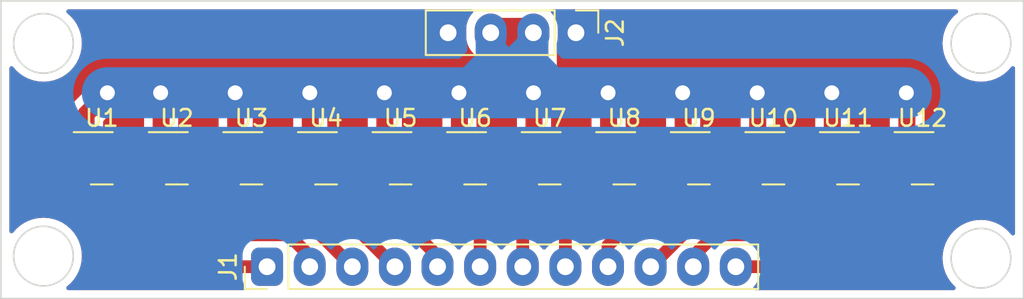
<source format=kicad_pcb>
(kicad_pcb (version 20211014) (generator pcbnew)
  (layers (0 "F.Cu" signal) (31 "B.Cu" signal) (34 "B.Paste" user) (35 "F.Paste" user) (36 "B.SilkS" user "B.Silkscreen") (37 "F.SilkS" user "F.Silkscreen") (38 "B.Mask" user) (39 "F.Mask" user) (44 "Edge.Cuts" user))
  (net 0 "")
  (net 1 "+5V")
  (net 2 "GND")
  (net 3 "/s1")
  (net 4 "/s2")
  (net 5 "/s3")
  (net 6 "/s4")
  (net 7 "/s5")
  (net 8 "/s6")
  (net 9 "/s7")
  (net 10 "/s8")
  (net 11 "/s9")
  (net 12 "/s10")
  (net 13 "/s11")
  (net 14 "/s12")
  (footprint "INEP:SOT-23" (layer "F.Cu") (at 58.1175 34.8008)
    (fp_text reference "U7" (at 0 -2.4) (layer "F.SilkS"))
    (fp_text value "49E")
    (fp_line (start 0 1.56) (end -0.65 1.56) (layer "F.SilkS") (width 0.12))
    (fp_line (start 0 -1.56) (end -1.675 -1.56) (layer "F.SilkS") (width 0.12))
    (fp_line (start 0 1.56) (end 0.65 1.56) (layer "F.SilkS") (width 0.12))
    (fp_line (start 0 -1.56) (end 0.65 -1.56) (layer "F.SilkS") (width 0.12))
    (pad "1" smd roundrect (at -0.9375 -0.95) (size 1.524 1.143) (layers "F.Cu" "F.Paste" "F.Mask") (net 1 "+5V"))
    (pad "2" smd roundrect (at -0.9375 0.95) (size 1.524 1.143) (layers "F.Cu" "F.Paste" "F.Mask") (net 9 "/s7"))
    (pad "3" smd roundrect (at 0.9375 0) (size 1.143 1.524) (layers "F.Cu" "F.Paste" "F.Mask") (net 2 "GND"))
  )
  (footprint "INEP:SOT-23" (layer "F.Cu") (at 75.8975 34.8008)
    (fp_text reference "U11" (at 0 -2.4) (layer "F.SilkS"))
    (fp_text value "49E")
    (fp_line (start 0 -1.56) (end -1.675 -1.56) (layer "F.SilkS") (width 0.12))
    (fp_line (start 0 -1.56) (end 0.65 -1.56) (layer "F.SilkS") (width 0.12))
    (fp_line (start 0 1.56) (end 0.65 1.56) (layer "F.SilkS") (width 0.12))
    (fp_line (start 0 1.56) (end -0.65 1.56) (layer "F.SilkS") (width 0.12))
    (pad "1" smd roundrect (at -0.9375 -0.95) (size 1.524 1.143) (layers "F.Cu" "F.Paste" "F.Mask") (net 1 "+5V"))
    (pad "2" smd roundrect (at -0.9375 0.95) (size 1.524 1.143) (layers "F.Cu" "F.Paste" "F.Mask") (net 13 "/s11"))
    (pad "3" smd roundrect (at 0.9375 0) (size 1.143 1.524) (layers "F.Cu" "F.Paste" "F.Mask") (net 2 "GND"))
  )
  (footprint "Connector_PinHeader_2.54mm:PinHeader_1x12_P2.54mm_Vertical" (layer "F.Cu") (at 41.269996 41.275 90)
    (fp_text reference "J1" (at 0 -2.33 90) (layer "F.SilkS"))
    (fp_text value "Conn_01x16_MountingPin" hide)
    (fp_line (start 1.33 1.27) (end 1.33 29.27) (layer "F.SilkS") (width 0.12))
    (fp_line (start -1.33 1.27) (end 1.33 1.27) (layer "F.SilkS") (width 0.12))
    (fp_line (start -1.33 0) (end -1.33 -1.33) (layer "F.SilkS") (width 0.12))
    (fp_line (start -1.33 -1.33) (end 0 -1.33) (layer "F.SilkS") (width 0.12))
    (fp_line (start -1.33 1.27) (end -1.33 29.27) (layer "F.SilkS") (width 0.12))
    (fp_line (start -1.33 29.27) (end 1.33 29.27) (layer "F.SilkS") (width 0.12))
    (pad "1" thru_hole roundrect (at 0 0 90) (size 2.286 1.905) (drill 1) (layers *.Cu *.Mask) (net 3 "/s1"))
    (pad "2" thru_hole oval (at 0 2.54 90) (size 2.286 1.905) (drill 1) (layers *.Cu *.Mask) (net 4 "/s2"))
    (pad "3" thru_hole oval (at 0 5.08 90) (size 2.286 1.905) (drill 1) (layers *.Cu *.Mask) (net 5 "/s3"))
    (pad "4" thru_hole oval (at 0 7.62 90) (size 2.286 1.905) (drill 1) (layers *.Cu *.Mask) (net 6 "/s4"))
    (pad "5" thru_hole oval (at 0 10.16 90) (size 2.286 1.905) (drill 1) (layers *.Cu *.Mask) (net 7 "/s5"))
    (pad "6" thru_hole oval (at 0 12.7 90) (size 2.286 1.905) (drill 1) (layers *.Cu *.Mask) (net 8 "/s6"))
    (pad "7" thru_hole oval (at 0 15.24 90) (size 2.286 1.905) (drill 1) (layers *.Cu *.Mask) (net 9 "/s7"))
    (pad "8" thru_hole oval (at 0 17.78 90) (size 2.286 1.905) (drill 1) (layers *.Cu *.Mask) (net 10 "/s8"))
    (pad "9" thru_hole oval (at 0 20.32 90) (size 2.286 1.905) (drill 1) (layers *.Cu *.Mask) (net 11 "/s9"))
    (pad "10" thru_hole oval (at 0 22.86 90) (size 2.286 1.905) (drill 1) (layers *.Cu *.Mask) (net 12 "/s10"))
    (pad "11" thru_hole oval (at 0 25.4 90) (size 2.286 1.905) (drill 1) (layers *.Cu *.Mask) (net 13 "/s11"))
    (pad "12" thru_hole oval (at 0 27.94 90) (size 2.286 1.905) (drill 1) (layers *.Cu *.Mask) (net 14 "/s12"))
  )
  (footprint "INEP:SOT-23" (layer "F.Cu") (at 80.3425 34.8008)
    (fp_text reference "U12" (at 0 -2.4) (layer "F.SilkS"))
    (fp_text value "49E")
    (fp_line (start 0 -1.56) (end -1.675 -1.56) (layer "F.SilkS") (width 0.12))
    (fp_line (start 0 1.56) (end -0.65 1.56) (layer "F.SilkS") (width 0.12))
    (fp_line (start 0 -1.56) (end 0.65 -1.56) (layer "F.SilkS") (width 0.12))
    (fp_line (start 0 1.56) (end 0.65 1.56) (layer "F.SilkS") (width 0.12))
    (pad "1" smd roundrect (at -0.9375 -0.95) (size 1.524 1.143) (layers "F.Cu" "F.Paste" "F.Mask") (net 1 "+5V"))
    (pad "2" smd roundrect (at -0.9375 0.95) (size 1.524 1.143) (layers "F.Cu" "F.Paste" "F.Mask") (net 14 "/s12"))
    (pad "3" smd roundrect (at 0.9375 0) (size 1.143 1.524) (layers "F.Cu" "F.Paste" "F.Mask") (net 2 "GND"))
  )
  (footprint "INEP:SOT-23" (layer "F.Cu") (at 71.4525 34.8008)
    (fp_text reference "U10" (at 0 -2.4) (layer "F.SilkS"))
    (fp_text value "49E")
    (fp_line (start 0 1.56) (end -0.65 1.56) (layer "F.SilkS") (width 0.12))
    (fp_line (start 0 -1.56) (end 0.65 -1.56) (layer "F.SilkS") (width 0.12))
    (fp_line (start 0 -1.56) (end -1.675 -1.56) (layer "F.SilkS") (width 0.12))
    (fp_line (start 0 1.56) (end 0.65 1.56) (layer "F.SilkS") (width 0.12))
    (pad "1" smd roundrect (at -0.9375 -0.95) (size 1.524 1.143) (layers "F.Cu" "F.Paste" "F.Mask") (net 1 "+5V"))
    (pad "2" smd roundrect (at -0.9375 0.95) (size 1.524 1.143) (layers "F.Cu" "F.Paste" "F.Mask") (net 12 "/s10"))
    (pad "3" smd roundrect (at 0.9375 0) (size 1.143 1.524) (layers "F.Cu" "F.Paste" "F.Mask") (net 2 "GND"))
  )
  (footprint "INEP:SOT-23" (layer "F.Cu") (at 49.2275 34.8008)
    (fp_text reference "U5" (at 0 -2.4) (layer "F.SilkS"))
    (fp_text value "49E")
    (fp_line (start 0 -1.56) (end 0.65 -1.56) (layer "F.SilkS") (width 0.12))
    (fp_line (start 0 1.56) (end -0.65 1.56) (layer "F.SilkS") (width 0.12))
    (fp_line (start 0 -1.56) (end -1.675 -1.56) (layer "F.SilkS") (width 0.12))
    (fp_line (start 0 1.56) (end 0.65 1.56) (layer "F.SilkS") (width 0.12))
    (pad "1" smd roundrect (at -0.9375 -0.95) (size 1.524 1.143) (layers "F.Cu" "F.Paste" "F.Mask") (net 1 "+5V"))
    (pad "2" smd roundrect (at -0.9375 0.95) (size 1.524 1.143) (layers "F.Cu" "F.Paste" "F.Mask") (net 7 "/s5"))
    (pad "3" smd roundrect (at 0.9375 0) (size 1.143 1.524) (layers "F.Cu" "F.Paste" "F.Mask") (net 2 "GND"))
  )
  (footprint "INEP:SOT-23" (layer "F.Cu") (at 35.8925 34.8008)
    (fp_text reference "U2" (at 0 -2.4) (layer "F.SilkS"))
    (fp_text value "49E")
    (fp_line (start 0 1.56) (end 0.65 1.56) (layer "F.SilkS") (width 0.12))
    (fp_line (start 0 -1.56) (end 0.65 -1.56) (layer "F.SilkS") (width 0.12))
    (fp_line (start 0 -1.56) (end -1.675 -1.56) (layer "F.SilkS") (width 0.12))
    (fp_line (start 0 1.56) (end -0.65 1.56) (layer "F.SilkS") (width 0.12))
    (pad "1" smd roundrect (at -0.9375 -0.95) (size 1.524 1.143) (layers "F.Cu" "F.Paste" "F.Mask") (net 1 "+5V"))
    (pad "2" smd roundrect (at -0.9375 0.95) (size 1.524 1.143) (layers "F.Cu" "F.Paste" "F.Mask") (net 4 "/s2"))
    (pad "3" smd roundrect (at 0.9375 0) (size 1.143 1.524) (layers "F.Cu" "F.Paste" "F.Mask") (net 2 "GND"))
  )
  (footprint "Connector_PinHeader_2.54mm:PinHeader_1x04_P2.54mm_Vertical" (layer "F.Cu") (at 59.679992 27.305 -90)
    (fp_text reference "J2" (at 0 -2.33 90) (layer "F.SilkS"))
    (fp_text value "Conn_01x04" hide)
    (fp_line (start -1.33 8.95) (end 1.33 8.95) (layer "F.SilkS") (width 0.12))
    (fp_line (start -1.33 1.27) (end 1.33 1.27) (layer "F.SilkS") (width 0.12))
    (fp_line (start -1.33 0) (end -1.33 -1.33) (layer "F.SilkS") (width 0.12))
    (fp_line (start -1.33 -1.33) (end 0 -1.33) (layer "F.SilkS") (width 0.12))
    (fp_line (start -1.33 1.27) (end -1.33 8.95) (layer "F.SilkS") (width 0.12))
    (fp_line (start 1.33 1.27) (end 1.33 8.95) (layer "F.SilkS") (width 0.12))
    (pad "1" thru_hole roundrect (at 0 0 270) (size 2.286 1.905) (drill 1) (layers *.Cu *.Mask) (net 2 "GND"))
    (pad "2" thru_hole oval (at 0 2.54 270) (size 2.286 1.905) (drill 1) (layers *.Cu *.Mask) (net 1 "+5V"))
    (pad "3" thru_hole oval (at 0 5.08 270) (size 2.286 1.905) (drill 1) (layers *.Cu *.Mask) (net 1 "+5V"))
    (pad "4" thru_hole oval (at 0 7.62 270) (size 2.286 1.905) (drill 1) (layers *.Cu *.Mask) (net 2 "GND"))
  )
  (footprint "INEP:SOT-23" (layer "F.Cu") (at 44.7825 34.8008)
    (fp_text reference "U4" (at 0 -2.4) (layer "F.SilkS"))
    (fp_text value "49E")
    (fp_line (start 0 -1.56) (end -1.675 -1.56) (layer "F.SilkS") (width 0.12))
    (fp_line (start 0 1.56) (end 0.65 1.56) (layer "F.SilkS") (width 0.12))
    (fp_line (start 0 -1.56) (end 0.65 -1.56) (layer "F.SilkS") (width 0.12))
    (fp_line (start 0 1.56) (end -0.65 1.56) (layer "F.SilkS") (width 0.12))
    (pad "1" smd roundrect (at -0.9375 -0.95) (size 1.524 1.143) (layers "F.Cu" "F.Paste" "F.Mask") (net 1 "+5V"))
    (pad "2" smd roundrect (at -0.9375 0.95) (size 1.524 1.143) (layers "F.Cu" "F.Paste" "F.Mask") (net 6 "/s4"))
    (pad "3" smd roundrect (at 0.9375 0) (size 1.143 1.524) (layers "F.Cu" "F.Paste" "F.Mask") (net 2 "GND"))
  )
  (footprint "INEP:SOT-23" (layer "F.Cu") (at 67.0075 34.8008)
    (fp_text reference "U9" (at 0 -2.4) (layer "F.SilkS"))
    (fp_text value "49E")
    (fp_line (start 0 -1.56) (end -1.675 -1.56) (layer "F.SilkS") (width 0.12))
    (fp_line (start 0 1.56) (end -0.65 1.56) (layer "F.SilkS") (width 0.12))
    (fp_line (start 0 1.56) (end 0.65 1.56) (layer "F.SilkS") (width 0.12))
    (fp_line (start 0 -1.56) (end 0.65 -1.56) (layer "F.SilkS") (width 0.12))
    (pad "1" smd roundrect (at -0.9375 -0.95) (size 1.524 1.143) (layers "F.Cu" "F.Paste" "F.Mask") (net 1 "+5V"))
    (pad "2" smd roundrect (at -0.9375 0.95) (size 1.524 1.143) (layers "F.Cu" "F.Paste" "F.Mask") (net 11 "/s9"))
    (pad "3" smd roundrect (at 0.9375 0) (size 1.143 1.524) (layers "F.Cu" "F.Paste" "F.Mask") (net 2 "GND"))
  )
  (footprint "INEP:SOT-23" (layer "F.Cu") (at 62.5625 34.8008)
    (fp_text reference "U8" (at 0 -2.4) (layer "F.SilkS"))
    (fp_text value "49E")
    (fp_line (start 0 -1.56) (end -1.675 -1.56) (layer "F.SilkS") (width 0.12))
    (fp_line (start 0 1.56) (end -0.65 1.56) (layer "F.SilkS") (width 0.12))
    (fp_line (start 0 1.56) (end 0.65 1.56) (layer "F.SilkS") (width 0.12))
    (fp_line (start 0 -1.56) (end 0.65 -1.56) (layer "F.SilkS") (width 0.12))
    (pad "1" smd roundrect (at -0.9375 -0.95) (size 1.524 1.143) (layers "F.Cu" "F.Paste" "F.Mask") (net 1 "+5V"))
    (pad "2" smd roundrect (at -0.9375 0.95) (size 1.524 1.143) (layers "F.Cu" "F.Paste" "F.Mask") (net 10 "/s8"))
    (pad "3" smd roundrect (at 0.9375 0) (size 1.143 1.524) (layers "F.Cu" "F.Paste" "F.Mask") (net 2 "GND"))
  )
  (footprint "INEP:SOT-23" (layer "F.Cu") (at 31.4175 34.8008)
    (fp_text reference "U1" (at 0 -2.4) (layer "F.SilkS"))
    (fp_text value "49E")
    (fp_line (start 0 1.56) (end -0.65 1.56) (layer "F.SilkS") (width 0.12))
    (fp_line (start 0 -1.56) (end -1.675 -1.56) (layer "F.SilkS") (width 0.12))
    (fp_line (start 0 -1.56) (end 0.65 -1.56) (layer "F.SilkS") (width 0.12))
    (fp_line (start 0 1.56) (end 0.65 1.56) (layer "F.SilkS") (width 0.12))
    (pad "1" smd roundrect (at -0.9375 -0.95) (size 1.524 1.143) (layers "F.Cu" "F.Paste" "F.Mask") (net 1 "+5V"))
    (pad "2" smd roundrect (at -0.9375 0.95) (size 1.524 1.143) (layers "F.Cu" "F.Paste" "F.Mask") (net 3 "/s1"))
    (pad "3" smd roundrect (at 0.9375 0) (size 1.143 1.524) (layers "F.Cu" "F.Paste" "F.Mask") (net 2 "GND"))
  )
  (footprint "INEP:SOT-23" (layer "F.Cu") (at 53.6725 34.8008)
    (fp_text reference "U6" (at 0 -2.4) (layer "F.SilkS"))
    (fp_text value "49E")
    (fp_line (start 0 -1.56) (end -1.675 -1.56) (layer "F.SilkS") (width 0.12))
    (fp_line (start 0 1.56) (end 0.65 1.56) (layer "F.SilkS") (width 0.12))
    (fp_line (start 0 1.56) (end -0.65 1.56) (layer "F.SilkS") (width 0.12))
    (fp_line (start 0 -1.56) (end 0.65 -1.56) (layer "F.SilkS") (width 0.12))
    (pad "1" smd roundrect (at -0.9375 -0.95) (size 1.524 1.143) (layers "F.Cu" "F.Paste" "F.Mask") (net 1 "+5V"))
    (pad "2" smd roundrect (at -0.9375 0.95) (size 1.524 1.143) (layers "F.Cu" "F.Paste" "F.Mask") (net 8 "/s6"))
    (pad "3" smd roundrect (at 0.9375 0) (size 1.143 1.524) (layers "F.Cu" "F.Paste" "F.Mask") (net 2 "GND"))
  )
  (footprint "INEP:SOT-23" (layer "F.Cu") (at 40.3375 34.8008)
    (fp_text reference "U3" (at 0 -2.4) (layer "F.SilkS"))
    (fp_text value "49E")
    (fp_line (start 0 -1.56) (end 0.65 -1.56) (layer "F.SilkS") (width 0.12))
    (fp_line (start 0 1.56) (end -0.65 1.56) (layer "F.SilkS") (width 0.12))
    (fp_line (start 0 1.56) (end 0.65 1.56) (layer "F.SilkS") (width 0.12))
    (fp_line (start 0 -1.56) (end -1.675 -1.56) (layer "F.SilkS") (width 0.12))
    (pad "1" smd roundrect (at -0.9375 -0.95) (size 1.524 1.143) (layers "F.Cu" "F.Paste" "F.Mask") (net 1 "+5V"))
    (pad "2" smd roundrect (at -0.9375 0.95) (size 1.524 1.143) (layers "F.Cu" "F.Paste" "F.Mask") (net 5 "/s3"))
    (pad "3" smd roundrect (at 0.9375 0) (size 1.143 1.524) (layers "F.Cu" "F.Paste" "F.Mask") (net 2 "GND"))
  )
  (gr_circle (center 27.94 40.64) (end 29.718 40.64) (layer "Edge.Cuts") (width 0.1) (fill none))
  (gr_circle (center 83.82 40.767) (end 85.598 40.767) (layer "Edge.Cuts") (width 0.1) (fill none))
  (gr_circle (center 27.94 27.94) (end 29.718 27.94) (layer "Edge.Cuts") (width 0.1) (fill none))
  (gr_circle (center 83.82 27.94) (end 85.598 27.94) (layer "Edge.Cuts") (width 0.1) (fill none))
  (gr_rect (start 25.4 25.4) (end 86.36 43.18) (layer "Edge.Cuts") (width 0.1) (fill none))
  (segment (start 54.6 27.305) (end 54.6 27.315) (width 1.778) (layer "F.Cu") (net 1))
  (segment (start 66.07 33.8508) (end 66.07 30.9192) (width 1.016) (layer "F.Cu") (net 1))
  (segment (start 70.515 30.9192) (end 70.485 30.8892) (width 1.016) (layer "F.Cu") (net 1))
  (segment (start 66.07 30.9192) (end 66.04 30.8892) (width 1.016) (layer "F.Cu") (net 1))
  (segment (start 31.75 30.8892) (end 30.48 32.1592) (width 1.016) (layer "F.Cu") (net 1))
  (segment (start 48.29 30.9192) (end 48.26 30.8892) (width 1.016) (layer "F.Cu") (net 1))
  (segment (start 61.625 30.9192) (end 61.595 30.8892) (width 1.016) (layer "F.Cu") (net 1))
  (segment (start 74.96 33.8508) (end 74.96 30.9192) (width 1.016) (layer "F.Cu") (net 1))
  (segment (start 57.18 30.9192) (end 57.15 30.8892) (width 1.016) (layer "F.Cu") (net 1))
  (segment (start 39.4 33.8508) (end 39.4 30.9192) (width 1.016) (layer "F.Cu") (net 1))
  (segment (start 52.735 33.8508) (end 52.735 30.9192) (width 1.016) (layer "F.Cu") (net 1))
  (segment (start 79.405 33.8508) (end 79.405 30.9192) (width 1.016) (layer "F.Cu") (net 1))
  (segment (start 30.48 32.1592) (end 30.48 33.8508) (width 1.016) (layer "F.Cu") (net 1))
  (segment (start 57.14 27.305) (end 57.14 29.855) (width 1.778) (layer "F.Cu") (net 1))
  (segment (start 43.845 30.9192) (end 43.815 30.8892) (width 1.016) (layer "F.Cu") (net 1))
  (segment (start 57.14 29.855) (end 57.14 30.8792) (width 1.778) (layer "F.Cu") (net 1))
  (segment (start 39.4 30.9192) (end 39.37 30.8892) (width 1.016) (layer "F.Cu") (net 1))
  (segment (start 54.6 27.315) (end 57.14 29.855) (width 1.778) (layer "F.Cu") (net 1))
  (segment (start 74.96 30.9192) (end 74.93 30.8892) (width 1.016) (layer "F.Cu") (net 1))
  (segment (start 79.405 30.9192) (end 79.375 30.8892) (width 1.016) (layer "F.Cu") (net 1))
  (segment (start 34.955 30.9192) (end 34.925 30.8892) (width 1.016) (layer "F.Cu") (net 1))
  (segment (start 34.955 33.8508) (end 34.955 30.9192) (width 1.016) (layer "F.Cu") (net 1))
  (segment (start 48.29 33.8508) (end 48.29 30.9192) (width 1.016) (layer "F.Cu") (net 1))
  (segment (start 54.6 27.305) (end 57.14 27.305) (width 1.778) (layer "F.Cu") (net 1))
  (segment (start 43.845 33.8508) (end 43.845 30.9192) (width 1.016) (layer "F.Cu") (net 1))
  (segment (start 57.14 30.8792) (end 57.15 30.8892) (width 1.778) (layer "F.Cu") (net 1))
  (segment (start 52.735 30.9192) (end 52.705 30.8892) (width 1.016) (layer "F.Cu") (net 1))
  (segment (start 61.625 33.8508) (end 61.625 30.9192) (width 1.016) (layer "F.Cu") (net 1))
  (segment (start 70.515 33.8508) (end 70.515 30.9192) (width 1.016) (layer "F.Cu") (net 1))
  (segment (start 57.18 33.8508) (end 57.18 30.9192) (width 1.016) (layer "F.Cu") (net 1))
  (via (at 57.15 30.8892) (size 1.778) (drill 0.889) (layers "F.Cu" "B.Cu") (net 1))
  (via (at 61.595 30.8892) (size 1.778) (drill 0.889) (layers "F.Cu" "B.Cu") (net 1))
  (via (at 34.925 30.8892) (size 1.778) (drill 0.889) (layers "F.Cu" "B.Cu") (net 1))
  (via (at 39.37 30.8892) (size 1.778) (drill 0.889) (layers "F.Cu" "B.Cu") (net 1))
  (via (at 70.485 30.8892) (size 1.778) (drill 0.889) (layers "F.Cu" "B.Cu") (net 1))
  (via (at 66.04 30.8892) (size 1.778) (drill 0.889) (layers "F.Cu" "B.Cu") (net 1))
  (via (at 52.705 30.8892) (size 1.778) (drill 0.889) (layers "F.Cu" "B.Cu") (net 1))
  (via (at 74.93 30.8892) (size 1.778) (drill 0.889) (layers "F.Cu" "B.Cu") (net 1))
  (via (at 43.815 30.8892) (size 1.778) (drill 0.889) (layers "F.Cu" "B.Cu") (net 1))
  (via (at 48.26 30.8892) (size 1.778) (drill 0.889) (layers "F.Cu" "B.Cu") (net 1))
  (via (at 79.375 30.8892) (size 1.778) (drill 0.889) (layers "F.Cu" "B.Cu") (net 1))
  (via (at 31.75 30.8892) (size 1.778) (drill 0.889) (layers "F.Cu" "B.Cu") (net 1))
  (segment (start 61.595 30.8892) (end 59.4642 30.8892) (width 1.016) (layer "B.Cu") (net 1))
  (segment (start 59.4642 30.8892) (end 57.14 28.565) (width 1.016) (layer "B.Cu") (net 1))
  (segment (start 57.14 27.305) (end 57.14 28.565) (width 1.778) (layer "B.Cu") (net 1))
  (segment (start 54.6 28.9942) (end 52.705 30.8892) (width 1.778) (layer "B.Cu") (net 1))
  (segment (start 54.6 27.305) (end 54.6 28.3392) (width 1.778) (layer "B.Cu") (net 1))
  (segment (start 54.6 28.3392) (end 57.15 30.8892) (width 1.778) (layer "B.Cu") (net 1))
  (segment (start 61.605 30.8792) (end 61.595 30.8892) (width 1.016) (layer "B.Cu") (net 1))
  (segment (start 57.14 27.305) (end 57.14 27.95) (width 1.778) (layer "B.Cu") (net 1))
  (segment (start 54.6 27.305) (end 54.6 28.9942) (width 1.778) (layer "B.Cu") (net 1))
  (segment (start 57.14 28.565) (end 57.14 30.8792) (width 1.778) (layer "B.Cu") (net 1))
  (segment (start 57.14 27.95) (end 54.200806 30.889194) (width 1.778) (layer "B.Cu") (net 1))
  (segment (start 57.14 30.8792) (end 57.15 30.8892) (width 1.778) (layer "B.Cu") (net 1))
  (segment (start 79.375 30.889194) (end 31.75 30.889194) (width 3.048) (layer "B.Cu") (net 1))
  (segment (start 36.0042 41.275) (end 41.27 41.275) (width 0.762) (layer "F.Cu") (net 3))
  (segment (start 30.48 35.7508) (end 36.0042 41.275) (width 0.762) (layer "F.Cu") (net 3))
  (segment (start 34.955 35.7508) (end 38.5742 39.37) (width 0.762) (layer "F.Cu") (net 4))
  (segment (start 42.545 39.37) (end 43.81 40.635) (width 0.762) (layer "F.Cu") (net 4))
  (segment (start 38.5742 39.37) (end 42.545 39.37) (width 0.762) (layer "F.Cu") (net 4))
  (segment (start 43.81 40.635) (end 43.81 41.275) (width 0.762) (layer "F.Cu") (net 4))
  (segment (start 46.35 41.27) (end 46.35 41.275) (width 0.762) (layer "F.Cu") (net 5))
  (segment (start 39.4 36.225) (end 41.275 38.1) (width 0.762) (layer "F.Cu") (net 5))
  (segment (start 43.18 38.1) (end 46.35 41.27) (width 0.762) (layer "F.Cu") (net 5))
  (segment (start 41.275 38.1) (end 43.18 38.1) (width 0.762) (layer "F.Cu") (net 5))
  (segment (start 39.4 35.7508) (end 39.4 36.225) (width 0.762) (layer "F.Cu") (net 5))
  (segment (start 43.845 35.7508) (end 43.845 36.23) (width 0.762) (layer "F.Cu") (net 6))
  (segment (start 43.845 36.23) (end 48.89 41.275) (width 0.762) (layer "F.Cu") (net 6))
  (segment (start 48.29 35.7508) (end 48.29 37.495) (width 0.762) (layer "F.Cu") (net 7))
  (segment (start 48.29 37.495) (end 51.43 40.635) (width 0.762) (layer "F.Cu") (net 7))
  (segment (start 51.43 40.635) (end 51.43 41.275) (width 0.762) (layer "F.Cu") (net 7))
  (segment (start 52.735 35.7508) (end 52.735 36.86) (width 0.762) (layer "F.Cu") (net 8))
  (segment (start 52.735 36.86) (end 53.97 38.095) (width 0.762) (layer "F.Cu") (net 8))
  (segment (start 53.97 38.095) (end 53.97 41.275) (width 0.762) (layer "F.Cu") (net 8))
  (segment (start 57.18 37.435) (end 56.51 38.105) (width 0.762) (layer "F.Cu") (net 9))
  (segment (start 57.18 35.7508) (end 57.18 37.435) (width 0.762) (layer "F.Cu") (net 9))
  (segment (start 56.51 38.105) (end 56.51 41.275) (width 0.762) (layer "F.Cu") (net 9))
  (segment (start 61.625 36.165) (end 59.05 38.74) (width 0.762) (layer "F.Cu") (net 10))
  (segment (start 61.625 35.7508) (end 61.625 36.165) (width 0.762) (layer "F.Cu") (net 10))
  (segment (start 59.05 38.74) (end 59.05 41.275) (width 0.762) (layer "F.Cu") (net 10))
  (segment (start 61.59 40.01) (end 61.59 41.275) (width 0.762) (layer "F.Cu") (net 11))
  (segment (start 66.07 35.7508) (end 65.8492 35.7508) (width 0.762) (layer "F.Cu") (net 11))
  (segment (start 65.8492 35.7508) (end 61.59 40.01) (width 0.762) (layer "F.Cu") (net 11))
  (segment (start 70.515 35.7508) (end 70.515 36.8) (width 0.762) (layer "F.Cu") (net 12))
  (segment (start 69.215 38.1) (end 67.305 38.1) (width 0.762) (layer "F.Cu") (net 12))
  (segment (start 67.305 38.1) (end 64.13 41.275) (width 0.762) (layer "F.Cu") (net 12))
  (segment (start 70.515 36.8) (end 69.215 38.1) (width 0.762) (layer "F.Cu") (net 12))
  (segment (start 72.39 39.37) (end 67.945 39.37) (width 0.762) (layer "F.Cu") (net 13))
  (segment (start 67.945 39.37) (end 66.67 40.645) (width 0.762) (layer "F.Cu") (net 13))
  (segment (start 74.96 35.7508) (end 74.96 36.8) (width 0.762) (layer "F.Cu") (net 13))
  (segment (start 74.96 36.8) (end 72.39 39.37) (width 0.762) (layer "F.Cu") (net 13))
  (segment (start 66.67 40.645) (end 66.67 41.275) (width 0.762) (layer "F.Cu") (net 13))
  (segment (start 79.405 35.7508) (end 73.8808 41.275) (width 0.762) (layer "F.Cu") (net 14))
  (segment (start 73.8808 41.275) (end 69.21 41.275) (width 0.762) (layer "F.Cu") (net 14))
  (zone (net 2) (net_name "GND") (layers F&B.Cu) (connect_pads yes (clearance 0.508)) (min_thickness 0.254) (fill yes (thermal_gap 0.508) (thermal_bridge_width 0.508))
    (polygon (pts (xy 86.36 43.18) (xy 25.4 43.18) (xy 25.4 25.4) (xy 86.36 25.4)))
  )
)
</source>
